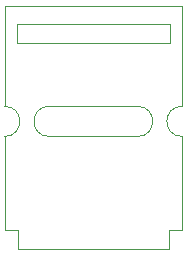
<source format=gm1>
G04 #@! TF.GenerationSoftware,KiCad,Pcbnew,(5.1.0)-1*
G04 #@! TF.CreationDate,2020-07-15T11:29:01-04:00*
G04 #@! TF.ProjectId,VGA_PANEL_BREAKOUT,5647415f-5041-44e4-954c-5f425245414b,rev?*
G04 #@! TF.SameCoordinates,Original*
G04 #@! TF.FileFunction,Profile,NP*
%FSLAX46Y46*%
G04 Gerber Fmt 4.6, Leading zero omitted, Abs format (unit mm)*
G04 Created by KiCad (PCBNEW (5.1.0)-1) date 2020-07-15 11:29:01*
%MOMM*%
%LPD*%
G04 APERTURE LIST*
%ADD10C,0.050000*%
G04 APERTURE END LIST*
D10*
X169000000Y-109450000D02*
X167900000Y-109450000D01*
X167900000Y-109450000D02*
X167900000Y-111050000D01*
X154000000Y-109450000D02*
X155100000Y-109450000D01*
X155100000Y-109450000D02*
X155100000Y-111050000D01*
X154000000Y-99000000D02*
G75*
G02X154000000Y-101550000I0J-1275000D01*
G01*
X169000000Y-101550000D02*
G75*
G02X169000000Y-99000000I0J1275000D01*
G01*
X157750000Y-101550000D02*
G75*
G02X157750000Y-99000000I0J1275000D01*
G01*
X165250000Y-99000000D02*
G75*
G02X165250000Y-101550000I0J-1275000D01*
G01*
X157750000Y-101550000D02*
X165250000Y-101550000D01*
X157750000Y-99000000D02*
X165250000Y-99000000D01*
X168000000Y-93625000D02*
X155000000Y-93625000D01*
X168000000Y-92025000D02*
X168000000Y-93625000D01*
X155000000Y-92025000D02*
X168000000Y-92025000D01*
X155000000Y-93625000D02*
X155000000Y-92025000D01*
X154000000Y-90500000D02*
X154000000Y-99000000D01*
X169000000Y-90500000D02*
X169000000Y-99000000D01*
X169000000Y-90500000D02*
X154000000Y-90500000D01*
X169000000Y-109450000D02*
X169000000Y-101550000D01*
X155100000Y-111050000D02*
X167900000Y-111050000D01*
X154000000Y-101550000D02*
X154000000Y-109450000D01*
M02*

</source>
